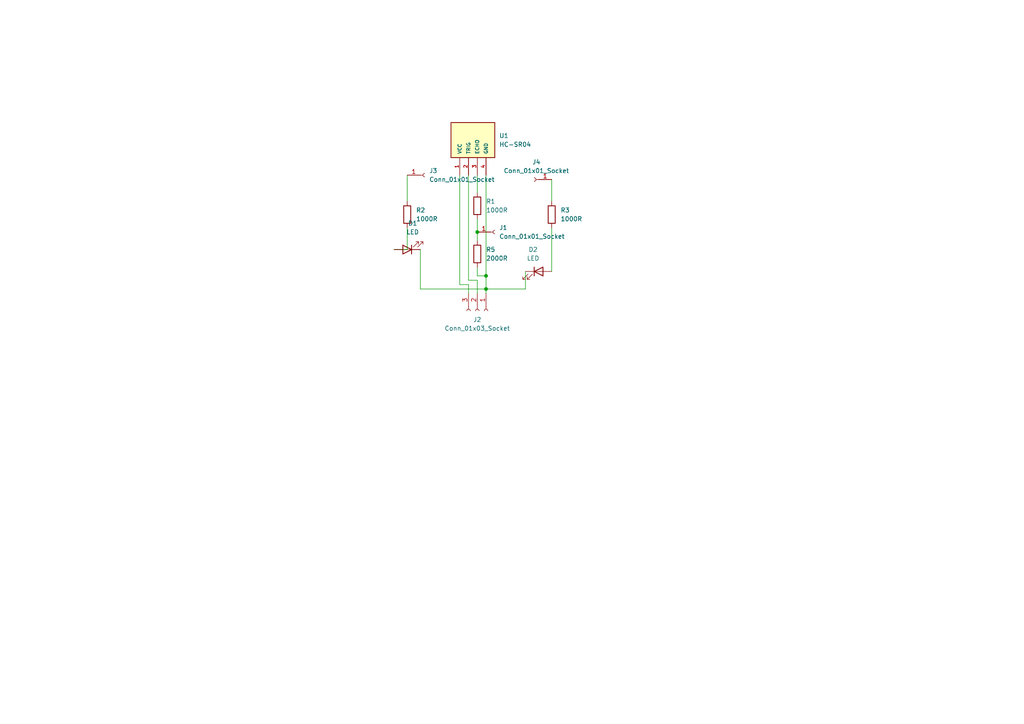
<source format=kicad_sch>
(kicad_sch
	(version 20231120)
	(generator "eeschema")
	(generator_version "8.0")
	(uuid "1c26e9ed-d8db-4904-a56d-eabcfebca317")
	(paper "A4")
	(lib_symbols
		(symbol "Connector:Conn_01x01_Socket"
			(pin_names
				(offset 1.016) hide)
			(exclude_from_sim no)
			(in_bom yes)
			(on_board yes)
			(property "Reference" "J"
				(at 0 2.54 0)
				(effects
					(font
						(size 1.27 1.27)
					)
				)
			)
			(property "Value" "Conn_01x01_Socket"
				(at 0 -2.54 0)
				(effects
					(font
						(size 1.27 1.27)
					)
				)
			)
			(property "Footprint" ""
				(at 0 0 0)
				(effects
					(font
						(size 1.27 1.27)
					)
					(hide yes)
				)
			)
			(property "Datasheet" "~"
				(at 0 0 0)
				(effects
					(font
						(size 1.27 1.27)
					)
					(hide yes)
				)
			)
			(property "Description" "Generic connector, single row, 01x01, script generated"
				(at 0 0 0)
				(effects
					(font
						(size 1.27 1.27)
					)
					(hide yes)
				)
			)
			(property "ki_locked" ""
				(at 0 0 0)
				(effects
					(font
						(size 1.27 1.27)
					)
				)
			)
			(property "ki_keywords" "connector"
				(at 0 0 0)
				(effects
					(font
						(size 1.27 1.27)
					)
					(hide yes)
				)
			)
			(property "ki_fp_filters" "Connector*:*_1x??_*"
				(at 0 0 0)
				(effects
					(font
						(size 1.27 1.27)
					)
					(hide yes)
				)
			)
			(symbol "Conn_01x01_Socket_1_1"
				(polyline
					(pts
						(xy -1.27 0) (xy -0.508 0)
					)
					(stroke
						(width 0.1524)
						(type default)
					)
					(fill
						(type none)
					)
				)
				(arc
					(start 0 0.508)
					(mid -0.5058 0)
					(end 0 -0.508)
					(stroke
						(width 0.1524)
						(type default)
					)
					(fill
						(type none)
					)
				)
				(pin passive line
					(at -5.08 0 0)
					(length 3.81)
					(name "Pin_1"
						(effects
							(font
								(size 1.27 1.27)
							)
						)
					)
					(number "1"
						(effects
							(font
								(size 1.27 1.27)
							)
						)
					)
				)
			)
		)
		(symbol "Connector:Conn_01x03_Socket"
			(pin_names
				(offset 1.016) hide)
			(exclude_from_sim no)
			(in_bom yes)
			(on_board yes)
			(property "Reference" "J"
				(at 0 5.08 0)
				(effects
					(font
						(size 1.27 1.27)
					)
				)
			)
			(property "Value" "Conn_01x03_Socket"
				(at 0 -5.08 0)
				(effects
					(font
						(size 1.27 1.27)
					)
				)
			)
			(property "Footprint" ""
				(at 0 0 0)
				(effects
					(font
						(size 1.27 1.27)
					)
					(hide yes)
				)
			)
			(property "Datasheet" "~"
				(at 0 0 0)
				(effects
					(font
						(size 1.27 1.27)
					)
					(hide yes)
				)
			)
			(property "Description" "Generic connector, single row, 01x03, script generated"
				(at 0 0 0)
				(effects
					(font
						(size 1.27 1.27)
					)
					(hide yes)
				)
			)
			(property "ki_locked" ""
				(at 0 0 0)
				(effects
					(font
						(size 1.27 1.27)
					)
				)
			)
			(property "ki_keywords" "connector"
				(at 0 0 0)
				(effects
					(font
						(size 1.27 1.27)
					)
					(hide yes)
				)
			)
			(property "ki_fp_filters" "Connector*:*_1x??_*"
				(at 0 0 0)
				(effects
					(font
						(size 1.27 1.27)
					)
					(hide yes)
				)
			)
			(symbol "Conn_01x03_Socket_1_1"
				(arc
					(start 0 -2.032)
					(mid -0.5058 -2.54)
					(end 0 -3.048)
					(stroke
						(width 0.1524)
						(type default)
					)
					(fill
						(type none)
					)
				)
				(polyline
					(pts
						(xy -1.27 -2.54) (xy -0.508 -2.54)
					)
					(stroke
						(width 0.1524)
						(type default)
					)
					(fill
						(type none)
					)
				)
				(polyline
					(pts
						(xy -1.27 0) (xy -0.508 0)
					)
					(stroke
						(width 0.1524)
						(type default)
					)
					(fill
						(type none)
					)
				)
				(polyline
					(pts
						(xy -1.27 2.54) (xy -0.508 2.54)
					)
					(stroke
						(width 0.1524)
						(type default)
					)
					(fill
						(type none)
					)
				)
				(arc
					(start 0 0.508)
					(mid -0.5058 0)
					(end 0 -0.508)
					(stroke
						(width 0.1524)
						(type default)
					)
					(fill
						(type none)
					)
				)
				(arc
					(start 0 3.048)
					(mid -0.5058 2.54)
					(end 0 2.032)
					(stroke
						(width 0.1524)
						(type default)
					)
					(fill
						(type none)
					)
				)
				(pin passive line
					(at -5.08 2.54 0)
					(length 3.81)
					(name "Pin_1"
						(effects
							(font
								(size 1.27 1.27)
							)
						)
					)
					(number "1"
						(effects
							(font
								(size 1.27 1.27)
							)
						)
					)
				)
				(pin passive line
					(at -5.08 0 0)
					(length 3.81)
					(name "Pin_2"
						(effects
							(font
								(size 1.27 1.27)
							)
						)
					)
					(number "2"
						(effects
							(font
								(size 1.27 1.27)
							)
						)
					)
				)
				(pin passive line
					(at -5.08 -2.54 0)
					(length 3.81)
					(name "Pin_3"
						(effects
							(font
								(size 1.27 1.27)
							)
						)
					)
					(number "3"
						(effects
							(font
								(size 1.27 1.27)
							)
						)
					)
				)
			)
		)
		(symbol "Device:LED"
			(pin_numbers hide)
			(pin_names
				(offset 1.016) hide)
			(exclude_from_sim no)
			(in_bom yes)
			(on_board yes)
			(property "Reference" "D"
				(at 0 2.54 0)
				(effects
					(font
						(size 1.27 1.27)
					)
				)
			)
			(property "Value" "LED"
				(at 0 -2.54 0)
				(effects
					(font
						(size 1.27 1.27)
					)
				)
			)
			(property "Footprint" ""
				(at 0 0 0)
				(effects
					(font
						(size 1.27 1.27)
					)
					(hide yes)
				)
			)
			(property "Datasheet" "~"
				(at 0 0 0)
				(effects
					(font
						(size 1.27 1.27)
					)
					(hide yes)
				)
			)
			(property "Description" "Light emitting diode"
				(at 0 0 0)
				(effects
					(font
						(size 1.27 1.27)
					)
					(hide yes)
				)
			)
			(property "ki_keywords" "LED diode"
				(at 0 0 0)
				(effects
					(font
						(size 1.27 1.27)
					)
					(hide yes)
				)
			)
			(property "ki_fp_filters" "LED* LED_SMD:* LED_THT:*"
				(at 0 0 0)
				(effects
					(font
						(size 1.27 1.27)
					)
					(hide yes)
				)
			)
			(symbol "LED_0_1"
				(polyline
					(pts
						(xy -1.27 -1.27) (xy -1.27 1.27)
					)
					(stroke
						(width 0.254)
						(type default)
					)
					(fill
						(type none)
					)
				)
				(polyline
					(pts
						(xy -1.27 0) (xy 1.27 0)
					)
					(stroke
						(width 0)
						(type default)
					)
					(fill
						(type none)
					)
				)
				(polyline
					(pts
						(xy 1.27 -1.27) (xy 1.27 1.27) (xy -1.27 0) (xy 1.27 -1.27)
					)
					(stroke
						(width 0.254)
						(type default)
					)
					(fill
						(type none)
					)
				)
				(polyline
					(pts
						(xy -3.048 -0.762) (xy -4.572 -2.286) (xy -3.81 -2.286) (xy -4.572 -2.286) (xy -4.572 -1.524)
					)
					(stroke
						(width 0)
						(type default)
					)
					(fill
						(type none)
					)
				)
				(polyline
					(pts
						(xy -1.778 -0.762) (xy -3.302 -2.286) (xy -2.54 -2.286) (xy -3.302 -2.286) (xy -3.302 -1.524)
					)
					(stroke
						(width 0)
						(type default)
					)
					(fill
						(type none)
					)
				)
			)
			(symbol "LED_1_1"
				(pin passive line
					(at -3.81 0 0)
					(length 2.54)
					(name "K"
						(effects
							(font
								(size 1.27 1.27)
							)
						)
					)
					(number "1"
						(effects
							(font
								(size 1.27 1.27)
							)
						)
					)
				)
				(pin passive line
					(at 3.81 0 180)
					(length 2.54)
					(name "A"
						(effects
							(font
								(size 1.27 1.27)
							)
						)
					)
					(number "2"
						(effects
							(font
								(size 1.27 1.27)
							)
						)
					)
				)
			)
		)
		(symbol "Device:R"
			(pin_numbers hide)
			(pin_names
				(offset 0)
			)
			(exclude_from_sim no)
			(in_bom yes)
			(on_board yes)
			(property "Reference" "R"
				(at 2.032 0 90)
				(effects
					(font
						(size 1.27 1.27)
					)
				)
			)
			(property "Value" "R"
				(at 0 0 90)
				(effects
					(font
						(size 1.27 1.27)
					)
				)
			)
			(property "Footprint" ""
				(at -1.778 0 90)
				(effects
					(font
						(size 1.27 1.27)
					)
					(hide yes)
				)
			)
			(property "Datasheet" "~"
				(at 0 0 0)
				(effects
					(font
						(size 1.27 1.27)
					)
					(hide yes)
				)
			)
			(property "Description" "Resistor"
				(at 0 0 0)
				(effects
					(font
						(size 1.27 1.27)
					)
					(hide yes)
				)
			)
			(property "ki_keywords" "R res resistor"
				(at 0 0 0)
				(effects
					(font
						(size 1.27 1.27)
					)
					(hide yes)
				)
			)
			(property "ki_fp_filters" "R_*"
				(at 0 0 0)
				(effects
					(font
						(size 1.27 1.27)
					)
					(hide yes)
				)
			)
			(symbol "R_0_1"
				(rectangle
					(start -1.016 -2.54)
					(end 1.016 2.54)
					(stroke
						(width 0.254)
						(type default)
					)
					(fill
						(type none)
					)
				)
			)
			(symbol "R_1_1"
				(pin passive line
					(at 0 3.81 270)
					(length 1.27)
					(name "~"
						(effects
							(font
								(size 1.27 1.27)
							)
						)
					)
					(number "1"
						(effects
							(font
								(size 1.27 1.27)
							)
						)
					)
				)
				(pin passive line
					(at 0 -3.81 90)
					(length 1.27)
					(name "~"
						(effects
							(font
								(size 1.27 1.27)
							)
						)
					)
					(number "2"
						(effects
							(font
								(size 1.27 1.27)
							)
						)
					)
				)
			)
		)
		(symbol "symbol:HC-SR04"
			(pin_names
				(offset 1.016)
			)
			(exclude_from_sim no)
			(in_bom yes)
			(on_board yes)
			(property "Reference" "U"
				(at 0 5.0813 0)
				(effects
					(font
						(size 1.27 1.27)
					)
					(justify left bottom)
				)
			)
			(property "Value" "HC-SR04"
				(at 0 -10.163 0)
				(effects
					(font
						(size 1.27 1.27)
					)
					(justify left bottom)
				)
			)
			(property "Footprint" "HC-SR04:XCVR_HC-SR04"
				(at 0 0 0)
				(effects
					(font
						(size 1.27 1.27)
					)
					(justify bottom)
					(hide yes)
				)
			)
			(property "Datasheet" ""
				(at 0 0 0)
				(effects
					(font
						(size 1.27 1.27)
					)
					(hide yes)
				)
			)
			(property "Description" ""
				(at 0 0 0)
				(effects
					(font
						(size 1.27 1.27)
					)
					(hide yes)
				)
			)
			(property "MF" "SparkFun Electronics"
				(at 0 0 0)
				(effects
					(font
						(size 1.27 1.27)
					)
					(justify bottom)
					(hide yes)
				)
			)
			(property "Description_1" "\nHC-SR04 Ultrasonic Sensor Qwiic Platform Evaluation Expansion Board\n"
				(at 0 0 0)
				(effects
					(font
						(size 1.27 1.27)
					)
					(justify bottom)
					(hide yes)
				)
			)
			(property "Package" "None"
				(at 0 0 0)
				(effects
					(font
						(size 1.27 1.27)
					)
					(justify bottom)
					(hide yes)
				)
			)
			(property "Price" "None"
				(at 0 0 0)
				(effects
					(font
						(size 1.27 1.27)
					)
					(justify bottom)
					(hide yes)
				)
			)
			(property "Check_prices" "https://www.snapeda.com/parts/HC-SR04/SparkFun+Electronics/view-part/?ref=eda"
				(at 0 0 0)
				(effects
					(font
						(size 1.27 1.27)
					)
					(justify bottom)
					(hide yes)
				)
			)
			(property "SnapEDA_Link" "https://www.snapeda.com/parts/HC-SR04/SparkFun+Electronics/view-part/?ref=snap"
				(at 0 0 0)
				(effects
					(font
						(size 1.27 1.27)
					)
					(justify bottom)
					(hide yes)
				)
			)
			(property "MP" "HC-SR04"
				(at 0 0 0)
				(effects
					(font
						(size 1.27 1.27)
					)
					(justify bottom)
					(hide yes)
				)
			)
			(property "Availability" "Not in stock"
				(at 0 0 0)
				(effects
					(font
						(size 1.27 1.27)
					)
					(justify bottom)
					(hide yes)
				)
			)
			(property "MANUFACTURER" "Osepp"
				(at 0 0 0)
				(effects
					(font
						(size 1.27 1.27)
					)
					(justify bottom)
					(hide yes)
				)
			)
			(symbol "HC-SR04_0_0"
				(rectangle
					(start 0 -7.62)
					(end 10.16 5.08)
					(stroke
						(width 0.254)
						(type default)
					)
					(fill
						(type background)
					)
				)
				(pin power_in line
					(at -5.08 2.54 0)
					(length 5.08)
					(name "VCC"
						(effects
							(font
								(size 1.016 1.016)
							)
						)
					)
					(number "1"
						(effects
							(font
								(size 1.016 1.016)
							)
						)
					)
				)
				(pin bidirectional line
					(at -5.08 0 0)
					(length 5.08)
					(name "TRIG"
						(effects
							(font
								(size 1.016 1.016)
							)
						)
					)
					(number "2"
						(effects
							(font
								(size 1.016 1.016)
							)
						)
					)
				)
				(pin bidirectional line
					(at -5.08 -2.54 0)
					(length 5.08)
					(name "ECHO"
						(effects
							(font
								(size 1.016 1.016)
							)
						)
					)
					(number "3"
						(effects
							(font
								(size 1.016 1.016)
							)
						)
					)
				)
				(pin power_in line
					(at -5.08 -5.08 0)
					(length 5.08)
					(name "GND"
						(effects
							(font
								(size 1.016 1.016)
							)
						)
					)
					(number "4"
						(effects
							(font
								(size 1.016 1.016)
							)
						)
					)
				)
			)
		)
	)
	(junction
		(at 140.97 83.82)
		(diameter 0)
		(color 0 0 0 0)
		(uuid "1094954b-82a6-4c96-ad03-e4c6a87f9bfb")
	)
	(junction
		(at 138.43 67.31)
		(diameter 0)
		(color 0 0 0 0)
		(uuid "ac68000b-e51b-44e3-9828-8adcaca06d9f")
	)
	(junction
		(at 140.97 80.01)
		(diameter 0)
		(color 0 0 0 0)
		(uuid "fdd95784-8607-4191-8d7e-f2bfe61a6e1c")
	)
	(wire
		(pts
			(xy 138.43 77.47) (xy 138.43 80.01)
		)
		(stroke
			(width 0)
			(type default)
		)
		(uuid "0301216e-d5ca-430a-9282-c2afa6187dca")
	)
	(wire
		(pts
			(xy 135.89 81.28) (xy 138.43 81.28)
		)
		(stroke
			(width 0)
			(type default)
		)
		(uuid "0a2194fb-d86c-4ca5-b86c-60f7cb72d0bb")
	)
	(wire
		(pts
			(xy 152.4 78.74) (xy 152.4 83.82)
		)
		(stroke
			(width 0)
			(type default)
		)
		(uuid "1aa25f36-e7fb-4fce-a5ad-21c570bcd92b")
	)
	(wire
		(pts
			(xy 138.43 80.01) (xy 140.97 80.01)
		)
		(stroke
			(width 0)
			(type default)
		)
		(uuid "1c95eaf9-c04f-4e95-ac79-8b8c16750ab2")
	)
	(wire
		(pts
			(xy 121.92 83.82) (xy 140.97 83.82)
		)
		(stroke
			(width 0)
			(type default)
		)
		(uuid "2291070d-5547-472c-86cc-9469bfe4ed45")
	)
	(wire
		(pts
			(xy 121.92 72.39) (xy 121.92 83.82)
		)
		(stroke
			(width 0)
			(type default)
		)
		(uuid "3647a279-2d61-4bf5-899a-a8a86c58523d")
	)
	(wire
		(pts
			(xy 118.11 50.8) (xy 118.11 58.42)
		)
		(stroke
			(width 0)
			(type default)
		)
		(uuid "5eefc5fb-0ac3-4f53-bf69-6a8194d4937e")
	)
	(wire
		(pts
			(xy 135.89 50.8) (xy 135.89 81.28)
		)
		(stroke
			(width 0)
			(type default)
		)
		(uuid "626d8108-6fe2-400a-a2b3-4200faf5a81e")
	)
	(wire
		(pts
			(xy 140.97 50.8) (xy 140.97 80.01)
		)
		(stroke
			(width 0)
			(type default)
		)
		(uuid "6a5c9b51-5fe9-461d-9d6e-8de2d7417b15")
	)
	(wire
		(pts
			(xy 160.02 58.42) (xy 160.02 52.07)
		)
		(stroke
			(width 0)
			(type default)
		)
		(uuid "705c3dfe-65ff-4eec-8bb5-175e3bbc9976")
	)
	(wire
		(pts
			(xy 140.97 83.82) (xy 140.97 85.09)
		)
		(stroke
			(width 0)
			(type default)
		)
		(uuid "73ce2726-4ceb-4940-842e-c5a3653af57f")
	)
	(wire
		(pts
			(xy 118.11 66.04) (xy 118.11 72.39)
		)
		(stroke
			(width 0)
			(type default)
		)
		(uuid "8fba92a9-d766-422a-a058-c185eb90e59d")
	)
	(wire
		(pts
			(xy 160.02 66.04) (xy 160.02 78.74)
		)
		(stroke
			(width 0)
			(type default)
		)
		(uuid "a204ffce-d6bb-45f5-8b49-3e08a9674757")
	)
	(wire
		(pts
			(xy 138.43 81.28) (xy 138.43 85.09)
		)
		(stroke
			(width 0)
			(type default)
		)
		(uuid "a639944e-25ef-4a25-8fc3-fdc40a1c9b91")
	)
	(wire
		(pts
			(xy 138.43 50.8) (xy 138.43 55.88)
		)
		(stroke
			(width 0)
			(type default)
		)
		(uuid "bf3644f3-682a-4e16-bc87-1336db8875cf")
	)
	(wire
		(pts
			(xy 135.89 82.55) (xy 135.89 85.09)
		)
		(stroke
			(width 0)
			(type default)
		)
		(uuid "c18d22e2-4342-4b21-8571-de6255c95454")
	)
	(wire
		(pts
			(xy 140.97 80.01) (xy 140.97 83.82)
		)
		(stroke
			(width 0)
			(type default)
		)
		(uuid "c4dadfd0-ac9f-489c-87cc-24562237963a")
	)
	(wire
		(pts
			(xy 138.43 67.31) (xy 138.43 69.85)
		)
		(stroke
			(width 0)
			(type default)
		)
		(uuid "d4ab678a-67ab-44af-a3ca-22e4e8fa9621")
	)
	(wire
		(pts
			(xy 138.43 63.5) (xy 138.43 67.31)
		)
		(stroke
			(width 0)
			(type default)
		)
		(uuid "dfa334c5-6436-4964-936d-d47042e8e988")
	)
	(wire
		(pts
			(xy 152.4 83.82) (xy 140.97 83.82)
		)
		(stroke
			(width 0)
			(type default)
		)
		(uuid "e29d2958-fd2b-4877-bc3e-4b9ee2f7d3cc")
	)
	(wire
		(pts
			(xy 133.35 82.55) (xy 135.89 82.55)
		)
		(stroke
			(width 0)
			(type default)
		)
		(uuid "ef79f1ef-5bf2-4dc3-9ada-7a2907c15a2c")
	)
	(wire
		(pts
			(xy 133.35 50.8) (xy 133.35 82.55)
		)
		(stroke
			(width 0)
			(type default)
		)
		(uuid "f19c96ce-f502-479d-aaff-30ffdea3cbf7")
	)
	(wire
		(pts
			(xy 118.11 72.39) (xy 114.3 72.39)
		)
		(stroke
			(width 0)
			(type default)
		)
		(uuid "f82565c3-f949-47d5-b35b-bbf468463c10")
	)
	(symbol
		(lib_id "Device:R")
		(at 138.43 59.69 0)
		(unit 1)
		(exclude_from_sim no)
		(in_bom yes)
		(on_board yes)
		(dnp no)
		(fields_autoplaced yes)
		(uuid "2996c979-2832-4331-9a2f-e585cb802f4f")
		(property "Reference" "R1"
			(at 140.97 58.4199 0)
			(effects
				(font
					(size 1.27 1.27)
				)
				(justify left)
			)
		)
		(property "Value" "1000R"
			(at 140.97 60.9599 0)
			(effects
				(font
					(size 1.27 1.27)
				)
				(justify left)
			)
		)
		(property "Footprint" "Symbol:Resistor_holes"
			(at 136.652 59.69 90)
			(effects
				(font
					(size 1.27 1.27)
				)
				(hide yes)
			)
		)
		(property "Datasheet" "~"
			(at 138.43 59.69 0)
			(effects
				(font
					(size 1.27 1.27)
				)
				(hide yes)
			)
		)
		(property "Description" "Resistor"
			(at 138.43 59.69 0)
			(effects
				(font
					(size 1.27 1.27)
				)
				(hide yes)
			)
		)
		(pin "1"
			(uuid "5e39d268-6b33-4c18-a296-157eca5da19e")
		)
		(pin "2"
			(uuid "bd7f3cfe-986d-4fad-bcd2-c7913369113b")
		)
		(instances
			(project ""
				(path "/1c26e9ed-d8db-4904-a56d-eabcfebca317"
					(reference "R1")
					(unit 1)
				)
			)
		)
	)
	(symbol
		(lib_id "Device:LED")
		(at 156.21 78.74 0)
		(unit 1)
		(exclude_from_sim no)
		(in_bom yes)
		(on_board yes)
		(dnp no)
		(fields_autoplaced yes)
		(uuid "31b809b1-2d7d-45c7-bfdf-641b2af73960")
		(property "Reference" "D2"
			(at 154.6225 72.39 0)
			(effects
				(font
					(size 1.27 1.27)
				)
			)
		)
		(property "Value" "LED"
			(at 154.6225 74.93 0)
			(effects
				(font
					(size 1.27 1.27)
				)
			)
		)
		(property "Footprint" "LED_THT:LED_D3.0mm_Horizontal_O6.35mm_Z10.0mm"
			(at 156.21 78.74 0)
			(effects
				(font
					(size 1.27 1.27)
				)
				(hide yes)
			)
		)
		(property "Datasheet" "~"
			(at 156.21 78.74 0)
			(effects
				(font
					(size 1.27 1.27)
				)
				(hide yes)
			)
		)
		(property "Description" "Light emitting diode"
			(at 156.21 78.74 0)
			(effects
				(font
					(size 1.27 1.27)
				)
				(hide yes)
			)
		)
		(pin "2"
			(uuid "b9565be1-44d5-4b61-ae3e-afb9ec09707c")
		)
		(pin "1"
			(uuid "b62dfdc3-4cc6-4682-87b5-345dc5cd2c8e")
		)
		(instances
			(project "HC-SR04sensor"
				(path "/1c26e9ed-d8db-4904-a56d-eabcfebca317"
					(reference "D2")
					(unit 1)
				)
			)
		)
	)
	(symbol
		(lib_id "Connector:Conn_01x01_Socket")
		(at 123.19 50.8 0)
		(unit 1)
		(exclude_from_sim no)
		(in_bom yes)
		(on_board yes)
		(dnp no)
		(fields_autoplaced yes)
		(uuid "4525de77-d044-4788-beda-87f3d2e5fc11")
		(property "Reference" "J3"
			(at 124.46 49.5299 0)
			(effects
				(font
					(size 1.27 1.27)
				)
				(justify left)
			)
		)
		(property "Value" "Conn_01x01_Socket"
			(at 124.46 52.0699 0)
			(effects
				(font
					(size 1.27 1.27)
				)
				(justify left)
			)
		)
		(property "Footprint" "Connector_PinSocket_2.54mm:PinSocket_1x01_P2.54mm_Vertical"
			(at 123.19 50.8 0)
			(effects
				(font
					(size 1.27 1.27)
				)
				(hide yes)
			)
		)
		(property "Datasheet" "~"
			(at 123.19 50.8 0)
			(effects
				(font
					(size 1.27 1.27)
				)
				(hide yes)
			)
		)
		(property "Description" "Generic connector, single row, 01x01, script generated"
			(at 123.19 50.8 0)
			(effects
				(font
					(size 1.27 1.27)
				)
				(hide yes)
			)
		)
		(pin "1"
			(uuid "9d271992-e52b-44cf-86f8-ec5fc4e701b2")
		)
		(instances
			(project "HC-SR04sensor"
				(path "/1c26e9ed-d8db-4904-a56d-eabcfebca317"
					(reference "J3")
					(unit 1)
				)
			)
		)
	)
	(symbol
		(lib_id "Device:R")
		(at 160.02 62.23 0)
		(unit 1)
		(exclude_from_sim no)
		(in_bom yes)
		(on_board yes)
		(dnp no)
		(fields_autoplaced yes)
		(uuid "45c65924-f32c-454a-8264-483afd04ac47")
		(property "Reference" "R3"
			(at 162.56 60.9599 0)
			(effects
				(font
					(size 1.27 1.27)
				)
				(justify left)
			)
		)
		(property "Value" "1000R"
			(at 162.56 63.4999 0)
			(effects
				(font
					(size 1.27 1.27)
				)
				(justify left)
			)
		)
		(property "Footprint" "Symbol:Resistor_holes"
			(at 158.242 62.23 90)
			(effects
				(font
					(size 1.27 1.27)
				)
				(hide yes)
			)
		)
		(property "Datasheet" "~"
			(at 160.02 62.23 0)
			(effects
				(font
					(size 1.27 1.27)
				)
				(hide yes)
			)
		)
		(property "Description" "Resistor"
			(at 160.02 62.23 0)
			(effects
				(font
					(size 1.27 1.27)
				)
				(hide yes)
			)
		)
		(pin "1"
			(uuid "fd891147-f2ae-4af4-80de-8590b7eb8933")
		)
		(pin "2"
			(uuid "ae675aff-96bc-46fb-8fe3-eaa73029bff7")
		)
		(instances
			(project "HC-SR04sensor"
				(path "/1c26e9ed-d8db-4904-a56d-eabcfebca317"
					(reference "R3")
					(unit 1)
				)
			)
		)
	)
	(symbol
		(lib_id "symbol:HC-SR04")
		(at 135.89 45.72 90)
		(unit 1)
		(exclude_from_sim no)
		(in_bom yes)
		(on_board yes)
		(dnp no)
		(fields_autoplaced yes)
		(uuid "4b6c32a1-5df3-41da-963f-d7316c56aa28")
		(property "Reference" "U1"
			(at 144.78 39.3699 90)
			(effects
				(font
					(size 1.27 1.27)
				)
				(justify right)
			)
		)
		(property "Value" "HC-SR04"
			(at 144.78 41.9099 90)
			(effects
				(font
					(size 1.27 1.27)
				)
				(justify right)
			)
		)
		(property "Footprint" "custom:XCVR_HC-SR04"
			(at 135.89 45.72 0)
			(effects
				(font
					(size 1.27 1.27)
				)
				(justify bottom)
				(hide yes)
			)
		)
		(property "Datasheet" ""
			(at 135.89 45.72 0)
			(effects
				(font
					(size 1.27 1.27)
				)
				(hide yes)
			)
		)
		(property "Description" ""
			(at 135.89 45.72 0)
			(effects
				(font
					(size 1.27 1.27)
				)
				(hide yes)
			)
		)
		(property "MF" "SparkFun Electronics"
			(at 135.89 45.72 0)
			(effects
				(font
					(size 1.27 1.27)
				)
				(justify bottom)
				(hide yes)
			)
		)
		(property "Description_1" "\nHC-SR04 Ultrasonic Sensor Qwiic Platform Evaluation Expansion Board\n"
			(at 135.89 45.72 0)
			(effects
				(font
					(size 1.27 1.27)
				)
				(justify bottom)
				(hide yes)
			)
		)
		(property "Package" "None"
			(at 135.89 45.72 0)
			(effects
				(font
					(size 1.27 1.27)
				)
				(justify bottom)
				(hide yes)
			)
		)
		(property "Price" "None"
			(at 135.89 45.72 0)
			(effects
				(font
					(size 1.27 1.27)
				)
				(justify bottom)
				(hide yes)
			)
		)
		(property "Check_prices" "https://www.snapeda.com/parts/HC-SR04/SparkFun+Electronics/view-part/?ref=eda"
			(at 135.89 45.72 0)
			(effects
				(font
					(size 1.27 1.27)
				)
				(justify bottom)
				(hide yes)
			)
		)
		(property "SnapEDA_Link" "https://www.snapeda.com/parts/HC-SR04/SparkFun+Electronics/view-part/?ref=snap"
			(at 135.89 45.72 0)
			(effects
				(font
					(size 1.27 1.27)
				)
				(justify bottom)
				(hide yes)
			)
		)
		(property "MP" "HC-SR04"
			(at 135.89 45.72 0)
			(effects
				(font
					(size 1.27 1.27)
				)
				(justify bottom)
				(hide yes)
			)
		)
		(property "Availability" "Not in stock"
			(at 135.89 45.72 0)
			(effects
				(font
					(size 1.27 1.27)
				)
				(justify bottom)
				(hide yes)
			)
		)
		(property "MANUFACTURER" "Osepp"
			(at 135.89 45.72 0)
			(effects
				(font
					(size 1.27 1.27)
				)
				(justify bottom)
				(hide yes)
			)
		)
		(pin "3"
			(uuid "d9795569-a13e-4324-8eeb-d57ec789c149")
		)
		(pin "4"
			(uuid "e2a1baa7-8e16-4682-b632-3822112faec5")
		)
		(pin "2"
			(uuid "a343aaf5-4bf3-47fb-8500-e739ef3ec50c")
		)
		(pin "1"
			(uuid "ac1563e6-c3b8-4338-946c-10717fd96f78")
		)
		(instances
			(project ""
				(path "/1c26e9ed-d8db-4904-a56d-eabcfebca317"
					(reference "U1")
					(unit 1)
				)
			)
		)
	)
	(symbol
		(lib_id "Device:LED")
		(at 118.11 72.39 180)
		(unit 1)
		(exclude_from_sim no)
		(in_bom yes)
		(on_board yes)
		(dnp no)
		(fields_autoplaced yes)
		(uuid "655294d3-656a-4678-a450-8e9c7bd35115")
		(property "Reference" "D1"
			(at 119.6975 64.77 0)
			(effects
				(font
					(size 1.27 1.27)
				)
			)
		)
		(property "Value" "LED"
			(at 119.6975 67.31 0)
			(effects
				(font
					(size 1.27 1.27)
				)
			)
		)
		(property "Footprint" "LED_THT:LED_D3.0mm_Horizontal_O6.35mm_Z10.0mm"
			(at 118.11 72.39 0)
			(effects
				(font
					(size 1.27 1.27)
				)
				(hide yes)
			)
		)
		(property "Datasheet" "~"
			(at 118.11 72.39 0)
			(effects
				(font
					(size 1.27 1.27)
				)
				(hide yes)
			)
		)
		(property "Description" "Light emitting diode"
			(at 118.11 72.39 0)
			(effects
				(font
					(size 1.27 1.27)
				)
				(hide yes)
			)
		)
		(pin "2"
			(uuid "3d151d17-e45a-4f32-a5ed-a5bad79e1638")
		)
		(pin "1"
			(uuid "0a979e23-190a-4271-971c-9a0bb2a45c79")
		)
		(instances
			(project ""
				(path "/1c26e9ed-d8db-4904-a56d-eabcfebca317"
					(reference "D1")
					(unit 1)
				)
			)
		)
	)
	(symbol
		(lib_id "Connector:Conn_01x01_Socket")
		(at 154.94 52.07 180)
		(unit 1)
		(exclude_from_sim no)
		(in_bom yes)
		(on_board yes)
		(dnp no)
		(fields_autoplaced yes)
		(uuid "6ad7d123-2d52-4d45-a654-0aae9e96e388")
		(property "Reference" "J4"
			(at 155.575 46.99 0)
			(effects
				(font
					(size 1.27 1.27)
				)
			)
		)
		(property "Value" "Conn_01x01_Socket"
			(at 155.575 49.53 0)
			(effects
				(font
					(size 1.27 1.27)
				)
			)
		)
		(property "Footprint" "Connector_PinSocket_2.54mm:PinSocket_1x01_P2.54mm_Vertical"
			(at 154.94 52.07 0)
			(effects
				(font
					(size 1.27 1.27)
				)
				(hide yes)
			)
		)
		(property "Datasheet" "~"
			(at 154.94 52.07 0)
			(effects
				(font
					(size 1.27 1.27)
				)
				(hide yes)
			)
		)
		(property "Description" "Generic connector, single row, 01x01, script generated"
			(at 154.94 52.07 0)
			(effects
				(font
					(size 1.27 1.27)
				)
				(hide yes)
			)
		)
		(pin "1"
			(uuid "1dcfd34e-6d4f-4722-9370-c863f0338cca")
		)
		(instances
			(project "HC-SR04sensor"
				(path "/1c26e9ed-d8db-4904-a56d-eabcfebca317"
					(reference "J4")
					(unit 1)
				)
			)
		)
	)
	(symbol
		(lib_id "Device:R")
		(at 138.43 73.66 0)
		(unit 1)
		(exclude_from_sim no)
		(in_bom yes)
		(on_board yes)
		(dnp no)
		(fields_autoplaced yes)
		(uuid "88c04f8e-8960-4e11-bf89-ed07e029ae8f")
		(property "Reference" "R5"
			(at 140.97 72.3899 0)
			(effects
				(font
					(size 1.27 1.27)
				)
				(justify left)
			)
		)
		(property "Value" "2000R"
			(at 140.97 74.9299 0)
			(effects
				(font
					(size 1.27 1.27)
				)
				(justify left)
			)
		)
		(property "Footprint" "Symbol:Resistor_holes"
			(at 136.652 73.66 90)
			(effects
				(font
					(size 1.27 1.27)
				)
				(hide yes)
			)
		)
		(property "Datasheet" "~"
			(at 138.43 73.66 0)
			(effects
				(font
					(size 1.27 1.27)
				)
				(hide yes)
			)
		)
		(property "Description" "Resistor"
			(at 138.43 73.66 0)
			(effects
				(font
					(size 1.27 1.27)
				)
				(hide yes)
			)
		)
		(pin "1"
			(uuid "1b76bac7-1a1a-4ead-b18a-d2adc3b214a8")
		)
		(pin "2"
			(uuid "535e298b-1b18-4831-8ecd-603a408f08b6")
		)
		(instances
			(project "HC-SR04sensor"
				(path "/1c26e9ed-d8db-4904-a56d-eabcfebca317"
					(reference "R5")
					(unit 1)
				)
			)
		)
	)
	(symbol
		(lib_id "Device:R")
		(at 118.11 62.23 0)
		(unit 1)
		(exclude_from_sim no)
		(in_bom yes)
		(on_board yes)
		(dnp no)
		(fields_autoplaced yes)
		(uuid "9f73bcbe-cf55-45eb-b3bc-78e8694b2191")
		(property "Reference" "R2"
			(at 120.65 60.9599 0)
			(effects
				(font
					(size 1.27 1.27)
				)
				(justify left)
			)
		)
		(property "Value" "1000R"
			(at 120.65 63.4999 0)
			(effects
				(font
					(size 1.27 1.27)
				)
				(justify left)
			)
		)
		(property "Footprint" "Symbol:Resistor_holes"
			(at 116.332 62.23 90)
			(effects
				(font
					(size 1.27 1.27)
				)
				(hide yes)
			)
		)
		(property "Datasheet" "~"
			(at 118.11 62.23 0)
			(effects
				(font
					(size 1.27 1.27)
				)
				(hide yes)
			)
		)
		(property "Description" "Resistor"
			(at 118.11 62.23 0)
			(effects
				(font
					(size 1.27 1.27)
				)
				(hide yes)
			)
		)
		(pin "1"
			(uuid "85c59bcd-5ac0-4df9-bf26-883cbec2b79a")
		)
		(pin "2"
			(uuid "a87e7514-b7a1-46f0-b267-7af76a0a0ad4")
		)
		(instances
			(project "HC-SR04sensor"
				(path "/1c26e9ed-d8db-4904-a56d-eabcfebca317"
					(reference "R2")
					(unit 1)
				)
			)
		)
	)
	(symbol
		(lib_id "Connector:Conn_01x01_Socket")
		(at 143.51 67.31 0)
		(unit 1)
		(exclude_from_sim no)
		(in_bom yes)
		(on_board yes)
		(dnp no)
		(fields_autoplaced yes)
		(uuid "f748dbc1-0b3f-429c-81a2-8ba89fc722fe")
		(property "Reference" "J1"
			(at 144.78 66.0399 0)
			(effects
				(font
					(size 1.27 1.27)
				)
				(justify left)
			)
		)
		(property "Value" "Conn_01x01_Socket"
			(at 144.78 68.5799 0)
			(effects
				(font
					(size 1.27 1.27)
				)
				(justify left)
			)
		)
		(property "Footprint" "Connector_PinSocket_2.54mm:PinSocket_1x01_P2.54mm_Vertical"
			(at 143.51 67.31 0)
			(effects
				(font
					(size 1.27 1.27)
				)
				(hide yes)
			)
		)
		(property "Datasheet" "~"
			(at 143.51 67.31 0)
			(effects
				(font
					(size 1.27 1.27)
				)
				(hide yes)
			)
		)
		(property "Description" "Generic connector, single row, 01x01, script generated"
			(at 143.51 67.31 0)
			(effects
				(font
					(size 1.27 1.27)
				)
				(hide yes)
			)
		)
		(pin "1"
			(uuid "8e7a886b-1b6a-4ded-90bf-47c8907d5dee")
		)
		(instances
			(project ""
				(path "/1c26e9ed-d8db-4904-a56d-eabcfebca317"
					(reference "J1")
					(unit 1)
				)
			)
		)
	)
	(symbol
		(lib_id "Connector:Conn_01x03_Socket")
		(at 138.43 90.17 270)
		(unit 1)
		(exclude_from_sim no)
		(in_bom yes)
		(on_board yes)
		(dnp no)
		(fields_autoplaced yes)
		(uuid "ffea88cf-268b-412f-a4ad-f7031396f433")
		(property "Reference" "J2"
			(at 138.43 92.71 90)
			(effects
				(font
					(size 1.27 1.27)
				)
			)
		)
		(property "Value" "Conn_01x03_Socket"
			(at 138.43 95.25 90)
			(effects
				(font
					(size 1.27 1.27)
				)
			)
		)
		(property "Footprint" "Connector_PinSocket_2.54mm:PinSocket_1x03_P2.54mm_Vertical"
			(at 138.43 90.17 0)
			(effects
				(font
					(size 1.27 1.27)
				)
				(hide yes)
			)
		)
		(property "Datasheet" "~"
			(at 138.43 90.17 0)
			(effects
				(font
					(size 1.27 1.27)
				)
				(hide yes)
			)
		)
		(property "Description" "Generic connector, single row, 01x03, script generated"
			(at 138.43 90.17 0)
			(effects
				(font
					(size 1.27 1.27)
				)
				(hide yes)
			)
		)
		(pin "3"
			(uuid "969c59a1-4598-4c1f-8d37-d6edc1034d5d")
		)
		(pin "1"
			(uuid "8c4eb3c1-af0c-42d4-a789-6b840a51ef87")
		)
		(pin "2"
			(uuid "fa0f0b61-fb2e-48a5-983a-19ad78ddc59b")
		)
		(instances
			(project ""
				(path "/1c26e9ed-d8db-4904-a56d-eabcfebca317"
					(reference "J2")
					(unit 1)
				)
			)
		)
	)
	(sheet_instances
		(path "/"
			(page "1")
		)
	)
)

</source>
